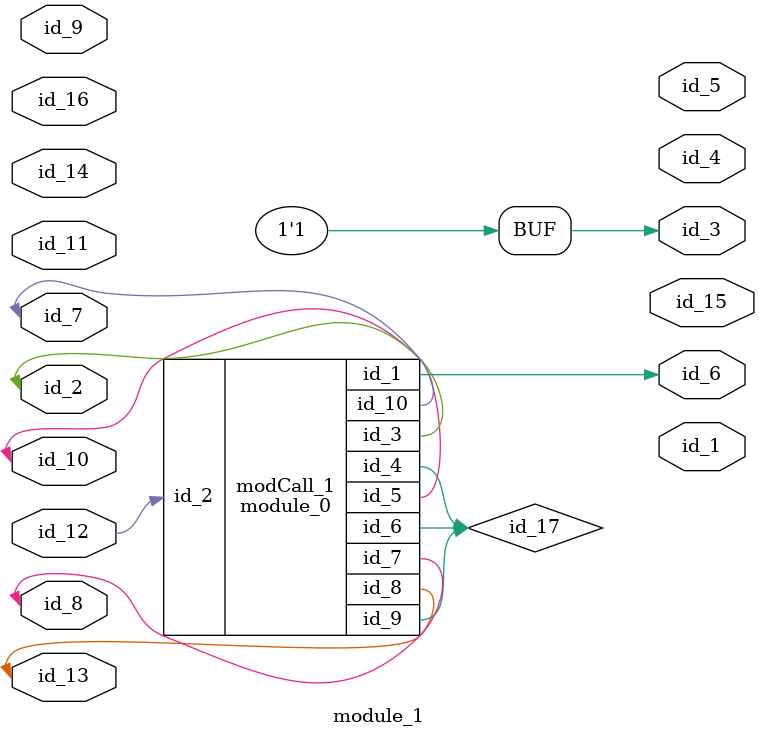
<source format=v>
module module_0 (
    id_1,
    id_2,
    id_3,
    id_4,
    id_5,
    id_6,
    id_7,
    id_8,
    id_9,
    id_10
);
  inout wire id_10;
  inout wire id_9;
  output wire id_8;
  output wire id_7;
  inout wire id_6;
  inout wire id_5;
  inout wire id_4;
  inout wire id_3;
  input wire id_2;
  output wire id_1;
  if ("") begin : LABEL_0
    wire id_11;
  end
endmodule
module module_1 (
    id_1,
    id_2,
    id_3,
    id_4,
    id_5,
    id_6,
    id_7,
    id_8,
    id_9,
    id_10,
    id_11,
    id_12,
    id_13,
    id_14,
    id_15,
    id_16
);
  inout wire id_16;
  output wire id_15;
  input wire id_14;
  inout wire id_13;
  input wire id_12;
  input wire id_11;
  inout wire id_10;
  input wire id_9;
  inout wire id_8;
  inout wire id_7;
  output wire id_6;
  output wire id_5;
  output wire id_4;
  output wire id_3;
  inout wire id_2;
  output wire id_1;
  wire id_17;
  module_0 modCall_1 (
      id_6,
      id_12,
      id_2,
      id_17,
      id_10,
      id_17,
      id_8,
      id_13,
      id_17,
      id_7
  );
  wire id_18;
  initial id_3 = 1;
endmodule

</source>
